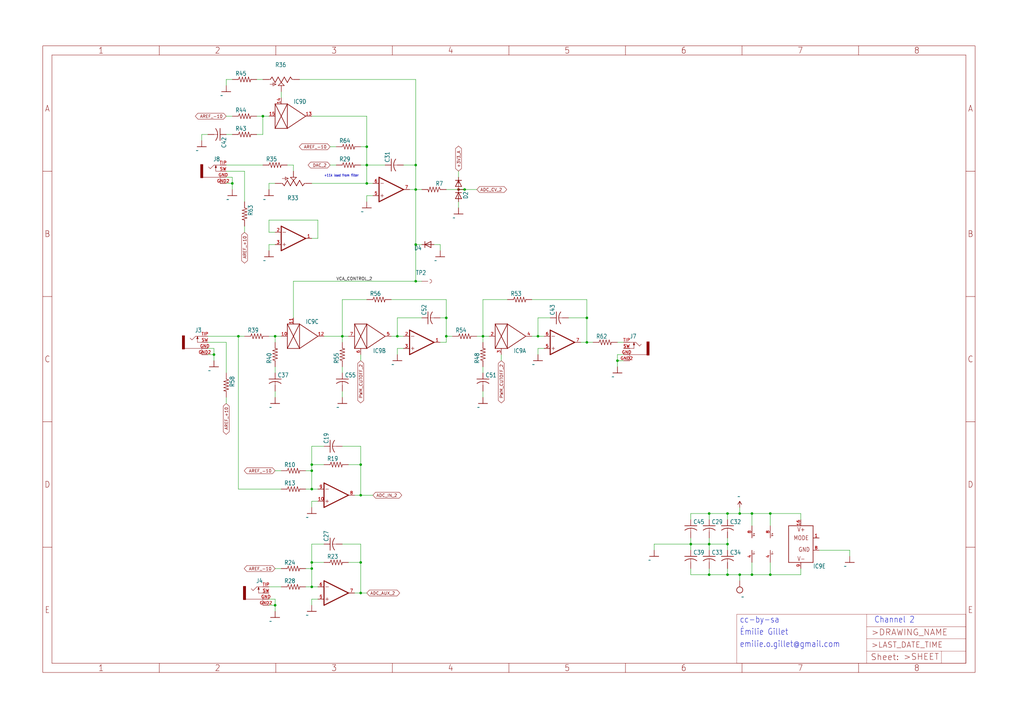
<source format=kicad_sch>
(kicad_sch (version 20211123) (generator eeschema)
  (paper "User" 425.45 299.161)
  (lib_symbols
    (symbol "streams_v05-eagle-import:A3L-LOC"
      (symbol "A3L-LOC_0_0"
        (polyline (pts (xy 0 52.07) (xy 3.81 52.07)))
        (polyline (pts (xy 0 104.14) (xy 3.81 104.14)))
        (polyline (pts (xy 0 156.21) (xy 3.81 156.21)))
        (polyline (pts (xy 0 208.28) (xy 3.81 208.28)))
        (polyline (pts (xy 3.81 3.81) (xy 3.81 256.54)))
        (polyline (pts (xy 48.4188 0) (xy 48.4188 3.81)))
        (polyline (pts (xy 48.4188 256.54) (xy 48.4188 260.35)))
        (polyline (pts (xy 96.8375 0) (xy 96.8375 3.81)))
        (polyline (pts (xy 96.8375 256.54) (xy 96.8375 260.35)))
        (polyline (pts (xy 145.2563 0) (xy 145.2563 3.81)))
        (polyline (pts (xy 145.2563 256.54) (xy 145.2563 260.35)))
        (polyline (pts (xy 193.675 0) (xy 193.675 3.81)))
        (polyline (pts (xy 193.675 256.54) (xy 193.675 260.35)))
        (polyline (pts (xy 242.0938 0) (xy 242.0938 3.81)))
        (polyline (pts (xy 242.0938 256.54) (xy 242.0938 260.35)))
        (polyline (pts (xy 290.5125 0) (xy 290.5125 3.81)))
        (polyline (pts (xy 290.5125 256.54) (xy 290.5125 260.35)))
        (polyline (pts (xy 338.9313 0) (xy 338.9313 3.81)))
        (polyline (pts (xy 338.9313 256.54) (xy 338.9313 260.35)))
        (polyline (pts (xy 383.54 3.81) (xy 3.81 3.81)))
        (polyline (pts (xy 383.54 3.81) (xy 383.54 256.54)))
        (polyline (pts (xy 383.54 52.07) (xy 387.35 52.07)))
        (polyline (pts (xy 383.54 104.14) (xy 387.35 104.14)))
        (polyline (pts (xy 383.54 156.21) (xy 387.35 156.21)))
        (polyline (pts (xy 383.54 208.28) (xy 387.35 208.28)))
        (polyline (pts (xy 383.54 256.54) (xy 3.81 256.54)))
        (polyline (pts (xy 0 0) (xy 387.35 0) (xy 387.35 260.35) (xy 0 260.35) (xy 0 0)))
        (text "1" (at 24.2094 1.905 0) (effects (font (size 2.54 2.286))))
        (text "1" (at 24.2094 258.445 0) (effects (font (size 2.54 2.286))))
        (text "2" (at 72.6281 1.905 0) (effects (font (size 2.54 2.286))))
        (text "2" (at 72.6281 258.445 0) (effects (font (size 2.54 2.286))))
        (text "3" (at 121.0469 1.905 0) (effects (font (size 2.54 2.286))))
        (text "3" (at 121.0469 258.445 0) (effects (font (size 2.54 2.286))))
        (text "4" (at 169.4656 1.905 0) (effects (font (size 2.54 2.286))))
        (text "4" (at 169.4656 258.445 0) (effects (font (size 2.54 2.286))))
        (text "5" (at 217.8844 1.905 0) (effects (font (size 2.54 2.286))))
        (text "5" (at 217.8844 258.445 0) (effects (font (size 2.54 2.286))))
        (text "6" (at 266.3031 1.905 0) (effects (font (size 2.54 2.286))))
        (text "6" (at 266.3031 258.445 0) (effects (font (size 2.54 2.286))))
        (text "7" (at 314.7219 1.905 0) (effects (font (size 2.54 2.286))))
        (text "7" (at 314.7219 258.445 0) (effects (font (size 2.54 2.286))))
        (text "8" (at 363.1406 1.905 0) (effects (font (size 2.54 2.286))))
        (text "8" (at 363.1406 258.445 0) (effects (font (size 2.54 2.286))))
        (text "A" (at 1.905 234.315 0) (effects (font (size 2.54 2.286))))
        (text "A" (at 385.445 234.315 0) (effects (font (size 2.54 2.286))))
        (text "B" (at 1.905 182.245 0) (effects (font (size 2.54 2.286))))
        (text "B" (at 385.445 182.245 0) (effects (font (size 2.54 2.286))))
        (text "C" (at 1.905 130.175 0) (effects (font (size 2.54 2.286))))
        (text "C" (at 385.445 130.175 0) (effects (font (size 2.54 2.286))))
        (text "D" (at 1.905 78.105 0) (effects (font (size 2.54 2.286))))
        (text "D" (at 385.445 78.105 0) (effects (font (size 2.54 2.286))))
        (text "E" (at 1.905 26.035 0) (effects (font (size 2.54 2.286))))
        (text "E" (at 385.445 26.035 0) (effects (font (size 2.54 2.286))))
      )
      (symbol "A3L-LOC_1_0"
        (polyline (pts (xy 288.29 3.81) (xy 288.29 24.13)) (stroke (width 0.1016)))
        (polyline (pts (xy 288.29 3.81) (xy 342.265 3.81)) (stroke (width 0.1016)))
        (polyline (pts (xy 288.29 24.13) (xy 342.265 24.13)) (stroke (width 0.1016)))
        (polyline (pts (xy 342.265 3.81) (xy 373.38 3.81)) (stroke (width 0.1016)))
        (polyline (pts (xy 342.265 8.89) (xy 342.265 3.81)) (stroke (width 0.1016)))
        (polyline (pts (xy 342.265 8.89) (xy 342.265 13.97)) (stroke (width 0.1016)))
        (polyline (pts (xy 342.265 13.97) (xy 342.265 19.05)) (stroke (width 0.1016)))
        (polyline (pts (xy 342.265 13.97) (xy 383.54 13.97)) (stroke (width 0.1016)))
        (polyline (pts (xy 342.265 19.05) (xy 342.265 24.13)) (stroke (width 0.1016)))
        (polyline (pts (xy 342.265 19.05) (xy 383.54 19.05)) (stroke (width 0.1016)))
        (polyline (pts (xy 342.265 24.13) (xy 383.54 24.13)) (stroke (width 0.1016)))
        (polyline (pts (xy 373.38 3.81) (xy 373.38 8.89)) (stroke (width 0.1016)))
        (polyline (pts (xy 373.38 3.81) (xy 383.54 3.81)) (stroke (width 0.1016)))
        (polyline (pts (xy 373.38 8.89) (xy 342.265 8.89)) (stroke (width 0.1016)))
        (polyline (pts (xy 373.38 8.89) (xy 383.54 8.89)) (stroke (width 0.1016)))
        (polyline (pts (xy 383.54 3.81) (xy 383.54 8.89)) (stroke (width 0.1016)))
        (polyline (pts (xy 383.54 8.89) (xy 383.54 13.97)) (stroke (width 0.1016)))
        (polyline (pts (xy 383.54 13.97) (xy 383.54 19.05)) (stroke (width 0.1016)))
        (polyline (pts (xy 383.54 19.05) (xy 383.54 24.13)) (stroke (width 0.1016)))
        (text ">DRAWING_NAME" (at 344.17 15.24 0) (effects (font (size 2.54 2.54)) (justify left bottom)))
        (text ">LAST_DATE_TIME" (at 344.17 10.16 0) (effects (font (size 2.286 2.286)) (justify left bottom)))
        (text ">SHEET" (at 357.505 5.08 0) (effects (font (size 2.54 2.54)) (justify left bottom)))
        (text "Sheet:" (at 343.916 4.953 0) (effects (font (size 2.54 2.54)) (justify left bottom)))
      )
    )
    (symbol "streams_v05-eagle-import:C-USC0603"
      (property "Reference" "C" (at 1.016 0.635 0))
      (property "Value" "C-USC0603" (at 1.016 -4.191 0))
      (symbol "C-USC0603_1_0"
        (arc (start 0 -1.0161) (mid -1.302 -1.2303) (end -2.4668 -1.8504) (stroke (width 0.254)))
        (polyline (pts (xy -2.54 0) (xy 2.54 0)) (stroke (width 0.254)))
        (polyline (pts (xy 0 -1.016) (xy 0 -2.54)) (stroke (width 0.1524)))
        (arc (start 2.4892 -1.8542) (mid 1.3158 -1.2195) (end 0 -1) (stroke (width 0.254)))
        (pin passive line (at 0 2.54 270) (length 2.54) (name "1") (number "1"))
        (pin passive line (at 0 -5.08 90) (length 2.54) (name "2") (number "2"))
      )
    )
    (symbol "streams_v05-eagle-import:DIODE-SOD323-W"
      (property "Reference" "D" (at 2.54 0.4826 0))
      (property "Value" "DIODE-SOD323-W" (at 2.54 -2.3114 0))
      (symbol "DIODE-SOD323-W_1_0"
        (polyline (pts (xy -1.27 -1.27) (xy 1.27 0)) (stroke (width 0.254)))
        (polyline (pts (xy -1.27 1.27) (xy -1.27 -1.27)) (stroke (width 0.254)))
        (polyline (pts (xy 1.27 0) (xy -1.27 1.27)) (stroke (width 0.254)))
        (polyline (pts (xy 1.27 0) (xy 1.27 -1.27)) (stroke (width 0.254)))
        (polyline (pts (xy 1.27 1.27) (xy 1.27 0)) (stroke (width 0.254)))
        (pin passive line (at -2.54 0 0) (length 2.54) (name "A") (number "A"))
        (pin passive line (at 2.54 0 180) (length 2.54) (name "C") (number "C"))
      )
    )
    (symbol "streams_v05-eagle-import:DIODE_2CACA-SOT23"
      (property "Reference" "D" (at 0.762 2.0066 0))
      (property "Value" "DIODE_2CACA-SOT23" (at -4.826 -3.4544 0))
      (symbol "DIODE_2CACA-SOT23_1_0"
        (polyline (pts (xy -3.81 -1.27) (xy -3.81 0)) (stroke (width 0.254)))
        (polyline (pts (xy -3.81 0) (xy -3.81 1.27)) (stroke (width 0.254)))
        (polyline (pts (xy -3.81 0) (xy -1.27 -1.27)) (stroke (width 0.254)))
        (polyline (pts (xy -3.81 0) (xy 1.27 0)) (stroke (width 0.1524)))
        (polyline (pts (xy -2.54 0) (xy -3.81 0)) (stroke (width 0.1524)))
        (polyline (pts (xy -1.27 -1.27) (xy -1.27 1.27)) (stroke (width 0.254)))
        (polyline (pts (xy -1.27 1.27) (xy -3.81 0)) (stroke (width 0.254)))
        (polyline (pts (xy 1.27 -1.27) (xy 1.27 0)) (stroke (width 0.254)))
        (polyline (pts (xy 1.27 0) (xy 1.27 1.27)) (stroke (width 0.254)))
        (polyline (pts (xy 1.27 0) (xy 3.81 -1.27)) (stroke (width 0.254)))
        (polyline (pts (xy 2.54 0) (xy 1.27 0)) (stroke (width 0.1524)))
        (polyline (pts (xy 3.81 -1.27) (xy 3.81 1.27)) (stroke (width 0.254)))
        (polyline (pts (xy 3.81 1.27) (xy 1.27 0)) (stroke (width 0.254)))
        (circle (center 0 0) (radius 0.127) (stroke (width 0.4064)))
        (pin passive line (at 5.08 0 180) (length 2.54) (name "A") (number "1"))
        (pin passive line (at -5.08 0 0) (length 2.54) (name "C") (number "2"))
        (pin passive line (at 0 2.54 270) (length 2.54) (name "AC") (number "3"))
      )
    )
    (symbol "streams_v05-eagle-import:GND" (power)
      (property "Value" "GND" (at -2.54 -2.54 0))
      (symbol "GND_1_0"
        (polyline (pts (xy -1.905 0) (xy 1.905 0)) (stroke (width 0.254)))
        (pin power_in line (at 0 2.54 270) (length 2.54) (name "GND") (number "1"))
      )
    )
    (symbol "streams_v05-eagle-import:PJ301WQP"
      (property "Reference" "J" (at -2.54 4.064 0))
      (symbol "PJ301WQP_1_0"
        (polyline (pts (xy -2.54 -5.08) (xy -2.54 -2.54)) (stroke (width 0.127)))
        (polyline (pts (xy -2.54 -2.54) (xy 4.572 -2.54)) (stroke (width 0.1524)))
        (polyline (pts (xy -2.54 0) (xy -0.762 0)) (stroke (width 0.1524)))
        (polyline (pts (xy -2.54 2.54) (xy 0 2.54)) (stroke (width 0.1524)))
        (polyline (pts (xy -1.016 1.524) (xy -0.508 1.524)) (stroke (width 0.254)))
        (polyline (pts (xy -0.762 0) (xy -0.762 2.286)) (stroke (width 0.1524)))
        (polyline (pts (xy -0.762 2.286) (xy -1.016 1.524)) (stroke (width 0.254)))
        (polyline (pts (xy -0.508 1.524) (xy -0.762 2.286)) (stroke (width 0.254)))
        (polyline (pts (xy 0 2.54) (xy 1.524 1.016)) (stroke (width 0.1524)))
        (polyline (pts (xy 1.524 1.016) (xy 2.286 1.778)) (stroke (width 0.1524)))
        (rectangle (start 4.572 2.794) (end 5.588 -2.794) (fill (type outline)))
        (pin passive line (at -5.08 -2.54 0) (length 2.54) (name "1") (number "GND"))
        (pin passive line (at -5.08 -5.08 0) (length 2.54) (name "4") (number "GND2"))
        (pin passive line (at -5.08 0 0) (length 2.54) (name "3") (number "SW"))
        (pin passive line (at -5.08 2.54 0) (length 2.54) (name "2") (number "TIP"))
      )
    )
    (symbol "streams_v05-eagle-import:POT_USVERTICAL"
      (property "Reference" "R" (at -5.08 -2.54 90))
      (property "Value" "POT_USVERTICAL" (at -2.54 -2.54 90))
      (symbol "POT_USVERTICAL_1_0"
        (polyline (pts (xy -1.016 -3.81) (xy 1.27 -2.54)) (stroke (width 0.254)))
        (polyline (pts (xy -1.016 -1.27) (xy 1.27 0)) (stroke (width 0.254)))
        (polyline (pts (xy -1.016 1.27) (xy 1.27 2.54)) (stroke (width 0.254)))
        (polyline (pts (xy -1.016 3.81) (xy 0 4.572)) (stroke (width 0.254)))
        (polyline (pts (xy 0 -5.08) (xy 0 -4.572)) (stroke (width 0.1524)))
        (polyline (pts (xy 0 -4.572) (xy -1.016 -3.81)) (stroke (width 0.254)))
        (polyline (pts (xy 0 4.572) (xy 0 5.08)) (stroke (width 0.1524)))
        (polyline (pts (xy 1.27 -2.54) (xy -1.016 -1.27)) (stroke (width 0.254)))
        (polyline (pts (xy 1.27 0) (xy -1.016 1.27)) (stroke (width 0.254)))
        (polyline (pts (xy 1.27 0) (xy 2.54 1.27)) (stroke (width 0.2032)))
        (polyline (pts (xy 1.27 2.54) (xy -1.016 3.81)) (stroke (width 0.254)))
        (polyline (pts (xy 1.397 -3.429) (xy 2.032 -2.159)) (stroke (width 0.1524)))
        (polyline (pts (xy 2.032 -4.699) (xy 2.032 -2.159)) (stroke (width 0.1524)))
        (polyline (pts (xy 2.032 -2.159) (xy 2.667 -3.429)) (stroke (width 0.1524)))
        (polyline (pts (xy 2.54 -1.27) (xy 1.27 0)) (stroke (width 0.2032)))
        (polyline (pts (xy 2.54 1.27) (xy 2.54 -1.27)) (stroke (width 0.2032)))
        (polyline (pts (xy 2.667 -3.429) (xy 1.397 -3.429)) (stroke (width 0.1524)))
        (pin passive line (at 0 7.62 270) (length 2.54) (name "E") (number "P$1"))
        (pin passive line (at 5.08 0 180) (length 2.54) (name "S") (number "P$2"))
        (pin passive line (at 0 -7.62 90) (length 2.54) (name "A") (number "P$3"))
      )
    )
    (symbol "streams_v05-eagle-import:POT_USVERTICAL_PS"
      (property "Reference" "R" (at -5.08 -2.54 90))
      (property "Value" "POT_USVERTICAL_PS" (at -2.54 -2.54 90))
      (symbol "POT_USVERTICAL_PS_1_0"
        (polyline (pts (xy -1.016 -3.81) (xy 1.27 -2.54)) (stroke (width 0.254)))
        (polyline (pts (xy -1.016 -1.27) (xy 1.27 0)) (stroke (width 0.254)))
        (polyline (pts (xy -1.016 1.27) (xy 1.27 2.54)) (stroke (width 0.254)))
        (polyline (pts (xy -1.016 3.81) (xy 0 4.572)) (stroke (width 0.254)))
        (polyline (pts (xy 0 -5.08) (xy 0 -4.572)) (stroke (width 0.1524)))
        (polyline (pts (xy 0 -4.572) (xy -1.016 -3.81)) (stroke (width 0.254)))
        (polyline (pts (xy 0 4.572) (xy 0 5.08)) (stroke (width 0.1524)))
        (polyline (pts (xy 1.27 -2.54) (xy -1.016 -1.27)) (stroke (width 0.254)))
        (polyline (pts (xy 1.27 0) (xy -1.016 1.27)) (stroke (width 0.254)))
        (polyline (pts (xy 1.27 0) (xy 2.54 1.27)) (stroke (width 0.2032)))
        (polyline (pts (xy 1.27 2.54) (xy -1.016 3.81)) (stroke (width 0.254)))
        (polyline (pts (xy 1.397 -3.429) (xy 2.032 -2.159)) (stroke (width 0.1524)))
        (polyline (pts (xy 2.032 -4.699) (xy 2.032 -2.159)) (stroke (width 0.1524)))
        (polyline (pts (xy 2.032 -2.159) (xy 2.667 -3.429)) (stroke (width 0.1524)))
        (polyline (pts (xy 2.54 -1.27) (xy 1.27 0)) (stroke (width 0.2032)))
        (polyline (pts (xy 2.54 1.27) (xy 2.54 -1.27)) (stroke (width 0.2032)))
        (polyline (pts (xy 2.667 -3.429) (xy 1.397 -3.429)) (stroke (width 0.1524)))
        (pin passive line (at 0 7.62 270) (length 2.54) (name "E") (number "P$1"))
        (pin passive line (at 5.08 0 180) (length 2.54) (name "S") (number "P$2"))
        (pin passive line (at 0 -7.62 90) (length 2.54) (name "A") (number "P$3"))
      )
    )
    (symbol "streams_v05-eagle-import:R-US_R0603"
      (property "Reference" "R" (at -3.81 1.4986 0))
      (property "Value" "R-US_R0603" (at -3.81 -3.302 0))
      (symbol "R-US_R0603_1_0"
        (polyline (pts (xy -2.54 0) (xy -2.159 1.016)) (stroke (width 0.2032)))
        (polyline (pts (xy -2.159 1.016) (xy -1.524 -1.016)) (stroke (width 0.2032)))
        (polyline (pts (xy -1.524 -1.016) (xy -0.889 1.016)) (stroke (width 0.2032)))
        (polyline (pts (xy -0.889 1.016) (xy -0.254 -1.016)) (stroke (width 0.2032)))
        (polyline (pts (xy -0.254 -1.016) (xy 0.381 1.016)) (stroke (width 0.2032)))
        (polyline (pts (xy 0.381 1.016) (xy 1.016 -1.016)) (stroke (width 0.2032)))
        (polyline (pts (xy 1.016 -1.016) (xy 1.651 1.016)) (stroke (width 0.2032)))
        (polyline (pts (xy 1.651 1.016) (xy 2.286 -1.016)) (stroke (width 0.2032)))
        (polyline (pts (xy 2.286 -1.016) (xy 2.54 0)) (stroke (width 0.2032)))
        (pin passive line (at -5.08 0 0) (length 2.54) (name "1") (number "1"))
        (pin passive line (at 5.08 0 180) (length 2.54) (name "2") (number "2"))
      )
    )
    (symbol "streams_v05-eagle-import:SSM2164S"
      (property "Reference" "IC" (at 5.08 -12.7 0))
      (property "Value" "SSM2164S" (at 5.08 -15.24 0))
      (symbol "SSM2164S_1_0"
        (polyline (pts (xy -2.54 -5.08) (xy 2.54 -5.08)) (stroke (width 0.254)))
        (polyline (pts (xy -2.54 -5.08) (xy 2.54 5.08)) (stroke (width 0.254)))
        (polyline (pts (xy -2.54 5.08) (xy -2.54 -5.08)) (stroke (width 0.254)))
        (polyline (pts (xy -2.54 5.08) (xy 2.54 -5.08)) (stroke (width 0.254)))
        (polyline (pts (xy 2.54 -5.08) (xy 2.54 5.08)) (stroke (width 0.254)))
        (polyline (pts (xy 2.54 5.08) (xy -2.54 5.08)) (stroke (width 0.254)))
        (polyline (pts (xy 2.54 5.08) (xy 10.16 0)) (stroke (width 0.254)))
        (polyline (pts (xy 10.16 0) (xy 2.54 -5.08)) (stroke (width 0.254)))
        (pin input line (at -5.08 0 0) (length 2.54) (name "IN") (number "2"))
        (pin input line (at 0 7.62 270) (length 2.54) (name "CTRL") (number "3"))
        (pin output line (at 12.7 0 180) (length 2.54) (name "OUT") (number "4"))
      )
      (symbol "SSM2164S_2_0"
        (polyline (pts (xy -2.54 -5.08) (xy 2.54 -5.08)) (stroke (width 0.254)))
        (polyline (pts (xy -2.54 -5.08) (xy 2.54 5.08)) (stroke (width 0.254)))
        (polyline (pts (xy -2.54 5.08) (xy -2.54 -5.08)) (stroke (width 0.254)))
        (polyline (pts (xy -2.54 5.08) (xy 2.54 -5.08)) (stroke (width 0.254)))
        (polyline (pts (xy 2.54 -5.08) (xy 2.54 5.08)) (stroke (width 0.254)))
        (polyline (pts (xy 2.54 5.08) (xy -2.54 5.08)) (stroke (width 0.254)))
        (polyline (pts (xy 2.54 5.08) (xy 10.16 0)) (stroke (width 0.254)))
        (polyline (pts (xy 10.16 0) (xy 2.54 -5.08)) (stroke (width 0.254)))
        (pin output line (at 12.7 0 180) (length 2.54) (name "OUT") (number "5"))
        (pin input line (at 0 7.62 270) (length 2.54) (name "CTRL") (number "6"))
        (pin input line (at -5.08 0 0) (length 2.54) (name "IN") (number "7"))
      )
      (symbol "SSM2164S_3_0"
        (polyline (pts (xy -2.54 -5.08) (xy 2.54 -5.08)) (stroke (width 0.254)))
        (polyline (pts (xy -2.54 -5.08) (xy 2.54 5.08)) (stroke (width 0.254)))
        (polyline (pts (xy -2.54 5.08) (xy -2.54 -5.08)) (stroke (width 0.254)))
        (polyline (pts (xy -2.54 5.08) (xy 2.54 -5.08)) (stroke (width 0.254)))
        (polyline (pts (xy 2.54 -5.08) (xy 2.54 5.08)) (stroke (width 0.254)))
        (polyline (pts (xy 2.54 5.08) (xy -2.54 5.08)) (stroke (width 0.254)))
        (polyline (pts (xy 2.54 5.08) (xy 10.16 0)) (stroke (width 0.254)))
        (polyline (pts (xy 10.16 0) (xy 2.54 -5.08)) (stroke (width 0.254)))
        (pin input line (at -5.08 0 0) (length 2.54) (name "IN") (number "10"))
        (pin input line (at 0 7.62 270) (length 2.54) (name "CTRL") (number "11"))
        (pin output line (at 12.7 0 180) (length 2.54) (name "OUT") (number "12"))
      )
      (symbol "SSM2164S_4_0"
        (polyline (pts (xy -2.54 -5.08) (xy 2.54 -5.08)) (stroke (width 0.254)))
        (polyline (pts (xy -2.54 -5.08) (xy 2.54 5.08)) (stroke (width 0.254)))
        (polyline (pts (xy -2.54 5.08) (xy -2.54 -5.08)) (stroke (width 0.254)))
        (polyline (pts (xy -2.54 5.08) (xy 2.54 -5.08)) (stroke (width 0.254)))
        (polyline (pts (xy 2.54 -5.08) (xy 2.54 5.08)) (stroke (width 0.254)))
        (polyline (pts (xy 2.54 5.08) (xy -2.54 5.08)) (stroke (width 0.254)))
        (polyline (pts (xy 2.54 5.08) (xy 10.16 0)) (stroke (width 0.254)))
        (polyline (pts (xy 10.16 0) (xy 2.54 -5.08)) (stroke (width 0.254)))
        (pin output line (at 12.7 0 180) (length 2.54) (name "OUT") (number "13"))
        (pin input line (at 0 7.62 270) (length 2.54) (name "CTRL") (number "14"))
        (pin input line (at -5.08 0 0) (length 2.54) (name "IN") (number "15"))
      )
      (symbol "SSM2164S_5_0"
        (polyline (pts (xy -5.08 -10.16) (xy -5.08 5.08)) (stroke (width 0.254)))
        (polyline (pts (xy -5.08 5.08) (xy 5.08 5.08)) (stroke (width 0.254)))
        (polyline (pts (xy 5.08 -10.16) (xy -5.08 -10.16)) (stroke (width 0.254)))
        (polyline (pts (xy 5.08 5.08) (xy 5.08 -10.16)) (stroke (width 0.254)))
        (text "GND" (at -1.016 -5.842 0) (effects (font (size 1.778 1.5113)) (justify left bottom)))
        (text "MODE" (at -3.048 -1.016 0) (effects (font (size 1.778 1.5113)) (justify left bottom)))
        (text "V+" (at -1.524 2.54 0) (effects (font (size 1.778 1.5113)) (justify left bottom)))
        (text "V-" (at -1.524 -9.652 0) (effects (font (size 1.778 1.5113)) (justify left bottom)))
        (pin input line (at 7.62 0 180) (length 2.54) (name "MODE") (number "1"))
        (pin power_in line (at 0 7.62 270) (length 2.54) (name "V+") (number "16"))
        (pin power_in line (at 7.62 -5.08 180) (length 2.54) (name "GND") (number "8"))
        (pin power_in line (at 0 -12.7 90) (length 2.54) (name "V-") (number "9"))
      )
    )
    (symbol "streams_v05-eagle-import:TEST-POINT3X5"
      (property "Reference" "TP" (at -2.54 2.54 0))
      (property "Value" "TEST-POINT3X5" (at -2.54 -2.54 0))
      (symbol "TEST-POINT3X5_1_0"
        (polyline (pts (xy 2.54 0) (xy 0 0)) (stroke (width 0.1524)))
        (arc (start 3.302 -0.762) (mid 4.064 0) (end 3.302 0.762) (stroke (width 0.1524)))
        (pin bidirectional line (at 0 0 180) (length 0) (name "1") (number "P$1"))
      )
    )
    (symbol "streams_v05-eagle-import:TL072D"
      (symbol "TL072D_1_0"
        (polyline (pts (xy -5.08 -5.08) (xy 5.08 0)) (stroke (width 0.4064)))
        (polyline (pts (xy -5.08 5.08) (xy -5.08 -5.08)) (stroke (width 0.4064)))
        (polyline (pts (xy -4.445 -2.54) (xy -3.175 -2.54)) (stroke (width 0.1524)))
        (polyline (pts (xy -4.445 2.54) (xy -3.175 2.54)) (stroke (width 0.1524)))
        (polyline (pts (xy -3.81 3.175) (xy -3.81 1.905)) (stroke (width 0.1524)))
        (polyline (pts (xy 5.08 0) (xy -5.08 5.08)) (stroke (width 0.4064)))
        (pin output line (at 7.62 0 180) (length 2.54) (name "OUT") (number "1"))
        (pin input line (at -7.62 -2.54 0) (length 2.54) (name "-IN") (number "2"))
        (pin input line (at -7.62 2.54 0) (length 2.54) (name "+IN") (number "3"))
      )
      (symbol "TL072D_2_0"
        (polyline (pts (xy -5.08 -5.08) (xy 5.08 0)) (stroke (width 0.4064)))
        (polyline (pts (xy -5.08 5.08) (xy -5.08 -5.08)) (stroke (width 0.4064)))
        (polyline (pts (xy -4.445 -2.54) (xy -3.175 -2.54)) (stroke (width 0.1524)))
        (polyline (pts (xy -4.445 2.54) (xy -3.175 2.54)) (stroke (width 0.1524)))
        (polyline (pts (xy -3.81 3.175) (xy -3.81 1.905)) (stroke (width 0.1524)))
        (polyline (pts (xy 5.08 0) (xy -5.08 5.08)) (stroke (width 0.4064)))
        (pin input line (at -7.62 2.54 0) (length 2.54) (name "+IN") (number "5"))
        (pin input line (at -7.62 -2.54 0) (length 2.54) (name "-IN") (number "6"))
        (pin output line (at 7.62 0 180) (length 2.54) (name "OUT") (number "7"))
      )
      (symbol "TL072D_3_0"
        (text "V+" (at 1.27 3.175 900) (effects (font (size 0.8128 0.6908)) (justify left bottom)))
        (text "V-" (at 1.27 -4.445 900) (effects (font (size 0.8128 0.6908)) (justify left bottom)))
        (pin power_in line (at 0 -7.62 90) (length 5.08) (name "V-") (number "4"))
        (pin power_in line (at 0 7.62 270) (length 5.08) (name "V+") (number "8"))
      )
    )
    (symbol "streams_v05-eagle-import:TL074D"
      (symbol "TL074D_1_0"
        (polyline (pts (xy -5.08 -5.08) (xy 5.08 0)) (stroke (width 0.4064)))
        (polyline (pts (xy -5.08 5.08) (xy -5.08 -5.08)) (stroke (width 0.4064)))
        (polyline (pts (xy -4.445 -2.54) (xy -3.175 -2.54)) (stroke (width 0.1524)))
        (polyline (pts (xy -4.445 2.54) (xy -3.175 2.54)) (stroke (width 0.1524)))
        (polyline (pts (xy -3.81 3.175) (xy -3.81 1.905)) (stroke (width 0.1524)))
        (polyline (pts (xy 5.08 0) (xy -5.08 5.08)) (stroke (width 0.4064)))
        (pin output line (at 7.62 0 180) (length 2.54) (name "OUT") (number "1"))
        (pin input line (at -7.62 -2.54 0) (length 2.54) (name "-IN") (number "2"))
        (pin input line (at -7.62 2.54 0) (length 2.54) (name "+IN") (number "3"))
      )
      (symbol "TL074D_2_0"
        (polyline (pts (xy -5.08 -5.08) (xy 5.08 0)) (stroke (width 0.4064)))
        (polyline (pts (xy -5.08 5.08) (xy -5.08 -5.08)) (stroke (width 0.4064)))
        (polyline (pts (xy -4.445 -2.54) (xy -3.175 -2.54)) (stroke (width 0.1524)))
        (polyline (pts (xy -4.445 2.54) (xy -3.175 2.54)) (stroke (width 0.1524)))
        (polyline (pts (xy -3.81 3.175) (xy -3.81 1.905)) (stroke (width 0.1524)))
        (polyline (pts (xy 5.08 0) (xy -5.08 5.08)) (stroke (width 0.4064)))
        (pin input line (at -7.62 2.54 0) (length 2.54) (name "+IN") (number "5"))
        (pin input line (at -7.62 -2.54 0) (length 2.54) (name "-IN") (number "6"))
        (pin output line (at 7.62 0 180) (length 2.54) (name "OUT") (number "7"))
      )
      (symbol "TL074D_3_0"
        (polyline (pts (xy -5.08 -5.08) (xy 5.08 0)) (stroke (width 0.4064)))
        (polyline (pts (xy -5.08 5.08) (xy -5.08 -5.08)) (stroke (width 0.4064)))
        (polyline (pts (xy -4.445 -2.54) (xy -3.175 -2.54)) (stroke (width 0.1524)))
        (polyline (pts (xy -4.445 2.54) (xy -3.175 2.54)) (stroke (width 0.1524)))
        (polyline (pts (xy -3.81 3.175) (xy -3.81 1.905)) (stroke (width 0.1524)))
        (polyline (pts (xy 5.08 0) (xy -5.08 5.08)) (stroke (width 0.4064)))
        (pin input line (at -7.62 2.54 0) (length 2.54) (name "+IN") (number "10"))
        (pin output line (at 7.62 0 180) (length 2.54) (name "OUT") (number "8"))
        (pin input line (at -7.62 -2.54 0) (length 2.54) (name "-IN") (number "9"))
      )
      (symbol "TL074D_4_0"
        (polyline (pts (xy -5.08 -5.08) (xy 5.08 0)) (stroke (width 0.4064)))
        (polyline (pts (xy -5.08 5.08) (xy -5.08 -5.08)) (stroke (width 0.4064)))
        (polyline (pts (xy -4.445 -2.54) (xy -3.175 -2.54)) (stroke (width 0.1524)))
        (polyline (pts (xy -4.445 2.54) (xy -3.175 2.54)) (stroke (width 0.1524)))
        (polyline (pts (xy -3.81 3.175) (xy -3.81 1.905)) (stroke (width 0.1524)))
        (polyline (pts (xy 5.08 0) (xy -5.08 5.08)) (stroke (width 0.4064)))
        (pin input line (at -7.62 2.54 0) (length 2.54) (name "+IN") (number "12"))
        (pin input line (at -7.62 -2.54 0) (length 2.54) (name "-IN") (number "13"))
        (pin output line (at 7.62 0 180) (length 2.54) (name "OUT") (number "14"))
      )
      (symbol "TL074D_5_0"
        (text "V+" (at 1.27 3.175 900) (effects (font (size 0.8128 0.6908)) (justify left bottom)))
        (text "V-" (at 1.27 -4.445 900) (effects (font (size 0.8128 0.6908)) (justify left bottom)))
        (pin power_in line (at 0 -7.62 90) (length 5.08) (name "V-") (number "11"))
        (pin power_in line (at 0 7.62 270) (length 5.08) (name "V+") (number "4"))
      )
    )
    (symbol "streams_v05-eagle-import:VCC" (power)
      (property "Value" "VCC" (at -1.016 3.556 0))
      (symbol "VCC_1_0"
        (polyline (pts (xy 0 2.54) (xy -0.762 1.27)) (stroke (width 0.254)))
        (polyline (pts (xy 0.762 1.27) (xy 0 2.54)) (stroke (width 0.254)))
        (pin power_in line (at 0 0 90) (length 2.54) (name "VCC") (number "1"))
      )
    )
    (symbol "streams_v05-eagle-import:VEE" (power)
      (property "Value" "VEE" (at -1.905 3.175 0))
      (symbol "VEE_1_0"
        (circle (center 0 1.27) (radius 1.27) (stroke (width 0.254)))
        (pin power_in line (at 0 -2.54 90) (length 2.54) (name "VEE") (number "1"))
      )
    )
  )
  (junction (at 294.64 226.06))
  (junction (at 149.86 205.74))
  (junction (at 96.52 76.2))
  (junction (at 294.64 213.36))
  (junction (at 307.34 213.36))
  (junction (at 149.86 246.38))
  (junction (at 129.54 233.68))
  (junction (at 165.1 139.7))
  (junction (at 287.02 226.06))
  (junction (at 172.72 101.6))
  (junction (at 256.54 149.86))
  (junction (at 142.24 139.7))
  (junction (at 172.72 68.58))
  (junction (at 243.84 142.24))
  (junction (at 129.54 243.84))
  (junction (at 193.04 78.74))
  (junction (at 302.26 238.76))
  (junction (at 152.4 60.96))
  (junction (at 302.26 213.36))
  (junction (at 88.9 147.32))
  (junction (at 109.22 48.26))
  (junction (at 185.42 139.7))
  (junction (at 99.06 139.7))
  (junction (at 307.34 238.76))
  (junction (at 320.04 238.76))
  (junction (at 129.54 195.58))
  (junction (at 294.64 238.76))
  (junction (at 172.72 78.74))
  (junction (at 320.04 213.36))
  (junction (at 149.86 193.04))
  (junction (at 114.3 251.46))
  (junction (at 129.54 236.22))
  (junction (at 152.4 68.58))
  (junction (at 185.42 132.08))
  (junction (at 114.3 139.7))
  (junction (at 312.42 238.76))
  (junction (at 302.26 226.06))
  (junction (at 129.54 193.04))
  (junction (at 223.52 139.7))
  (junction (at 243.84 132.08))
  (junction (at 152.4 76.2))
  (junction (at 200.66 139.7))
  (junction (at 172.72 116.84))
  (junction (at 312.42 213.36))
  (junction (at 129.54 203.2))
  (junction (at 149.86 233.68))
  (wire (pts (xy 271.78 226.06) (xy 271.78 228.6)))
  (wire (pts (xy 302.26 226.06) (xy 302.26 228.6)))
  (wire (pts (xy 142.24 226.06) (xy 149.86 226.06)))
  (wire (pts (xy 170.18 78.74) (xy 172.72 78.74)))
  (wire (pts (xy 129.54 208.28) (xy 132.08 208.28)))
  (wire (pts (xy 287.02 213.36) (xy 294.64 213.36)))
  (wire (pts (xy 307.34 213.36) (xy 312.42 213.36)))
  (wire (pts (xy 152.4 48.26) (xy 152.4 60.96)))
  (wire (pts (xy 185.42 124.46) (xy 185.42 132.08)))
  (wire (pts (xy 129.54 203.2) (xy 129.54 195.58)))
  (wire (pts (xy 193.04 78.74) (xy 198.12 78.74)))
  (wire (pts (xy 86.36 147.32) (xy 88.9 147.32)))
  (wire (pts (xy 144.78 233.68) (xy 149.86 233.68)))
  (wire (pts (xy 134.62 185.42) (xy 129.54 185.42)))
  (wire (pts (xy 93.98 55.88) (xy 96.52 55.88)))
  (wire (pts (xy 167.64 68.58) (xy 172.72 68.58)))
  (wire (pts (xy 152.4 76.2) (xy 152.4 68.58)))
  (wire (pts (xy 200.66 154.94) (xy 200.66 152.4)))
  (wire (pts (xy 294.64 215.9) (xy 294.64 213.36)))
  (wire (pts (xy 172.72 78.74) (xy 172.72 101.6)))
  (wire (pts (xy 162.56 124.46) (xy 185.42 124.46)))
  (wire (pts (xy 83.82 55.88) (xy 83.82 58.42)))
  (wire (pts (xy 114.3 251.46) (xy 114.3 254)))
  (wire (pts (xy 129.54 243.84) (xy 129.54 236.22)))
  (wire (pts (xy 185.42 139.7) (xy 185.42 142.24)))
  (wire (pts (xy 106.68 55.88) (xy 109.22 55.88)))
  (wire (pts (xy 111.76 91.44) (xy 111.76 96.52)))
  (wire (pts (xy 152.4 68.58) (xy 149.86 68.58)))
  (wire (pts (xy 180.34 101.6) (xy 182.88 101.6)))
  (wire (pts (xy 302.26 213.36) (xy 307.34 213.36)))
  (wire (pts (xy 200.66 124.46) (xy 200.66 139.7)))
  (wire (pts (xy 111.76 251.46) (xy 114.3 251.46)))
  (wire (pts (xy 129.54 236.22) (xy 129.54 233.68)))
  (wire (pts (xy 172.72 116.84) (xy 175.26 116.84)))
  (wire (pts (xy 226.06 139.7) (xy 223.52 139.7)))
  (wire (pts (xy 111.76 96.52) (xy 114.3 96.52)))
  (wire (pts (xy 101.6 71.12) (xy 101.6 83.82)))
  (wire (pts (xy 152.4 81.28) (xy 152.4 83.82)))
  (wire (pts (xy 287.02 226.06) (xy 287.02 228.6)))
  (wire (pts (xy 132.08 99.06) (xy 129.54 99.06)))
  (wire (pts (xy 142.24 185.42) (xy 149.86 185.42)))
  (wire (pts (xy 172.72 68.58) (xy 172.72 78.74)))
  (wire (pts (xy 302.26 236.22) (xy 302.26 238.76)))
  (wire (pts (xy 93.98 76.2) (xy 96.52 76.2)))
  (wire (pts (xy 114.3 248.92) (xy 114.3 251.46)))
  (wire (pts (xy 320.04 218.44) (xy 320.04 213.36)))
  (wire (pts (xy 320.04 238.76) (xy 320.04 233.68)))
  (wire (pts (xy 165.1 139.7) (xy 167.64 139.7)))
  (wire (pts (xy 109.22 55.88) (xy 109.22 48.26)))
  (wire (pts (xy 190.5 83.82) (xy 190.5 86.36)))
  (wire (pts (xy 154.94 76.2) (xy 152.4 76.2)))
  (wire (pts (xy 99.06 203.2) (xy 99.06 139.7)))
  (wire (pts (xy 175.26 101.6) (xy 172.72 101.6)))
  (wire (pts (xy 165.1 139.7) (xy 165.1 132.08)))
  (wire (pts (xy 116.84 203.2) (xy 99.06 203.2)))
  (wire (pts (xy 182.88 101.6) (xy 182.88 104.14)))
  (wire (pts (xy 121.92 116.84) (xy 121.92 132.08)))
  (wire (pts (xy 149.86 233.68) (xy 149.86 246.38)))
  (wire (pts (xy 200.66 142.24) (xy 200.66 139.7)))
  (wire (pts (xy 129.54 248.92) (xy 129.54 251.46)))
  (wire (pts (xy 93.98 73.66) (xy 96.52 73.66)))
  (wire (pts (xy 127 203.2) (xy 129.54 203.2)))
  (wire (pts (xy 114.3 162.56) (xy 114.3 165.1)))
  (wire (pts (xy 287.02 226.06) (xy 271.78 226.06)))
  (wire (pts (xy 88.9 144.78) (xy 88.9 147.32)))
  (wire (pts (xy 223.52 144.78) (xy 226.06 144.78)))
  (wire (pts (xy 111.76 101.6) (xy 111.76 104.14)))
  (wire (pts (xy 228.6 132.08) (xy 223.52 132.08)))
  (wire (pts (xy 185.42 132.08) (xy 185.42 139.7)))
  (wire (pts (xy 340.36 228.6) (xy 353.06 228.6)))
  (wire (pts (xy 142.24 139.7) (xy 134.62 139.7)))
  (wire (pts (xy 332.74 238.76) (xy 320.04 238.76)))
  (wire (pts (xy 294.64 226.06) (xy 294.64 228.6)))
  (wire (pts (xy 139.7 68.58) (xy 137.16 68.58)))
  (wire (pts (xy 129.54 48.26) (xy 152.4 48.26)))
  (wire (pts (xy 147.32 205.74) (xy 149.86 205.74)))
  (wire (pts (xy 220.98 124.46) (xy 243.84 124.46)))
  (wire (pts (xy 256.54 142.24) (xy 259.08 142.24)))
  (wire (pts (xy 144.78 193.04) (xy 149.86 193.04)))
  (wire (pts (xy 129.54 195.58) (xy 129.54 193.04)))
  (wire (pts (xy 200.66 162.56) (xy 200.66 165.1)))
  (wire (pts (xy 86.36 139.7) (xy 99.06 139.7)))
  (wire (pts (xy 149.86 193.04) (xy 149.86 205.74)))
  (wire (pts (xy 236.22 132.08) (xy 243.84 132.08)))
  (wire (pts (xy 142.24 139.7) (xy 142.24 124.46)))
  (wire (pts (xy 129.54 226.06) (xy 129.54 233.68)))
  (wire (pts (xy 129.54 243.84) (xy 132.08 243.84)))
  (wire (pts (xy 132.08 91.44) (xy 132.08 99.06)))
  (wire (pts (xy 142.24 154.94) (xy 142.24 152.4)))
  (wire (pts (xy 294.64 226.06) (xy 287.02 226.06)))
  (wire (pts (xy 182.88 132.08) (xy 185.42 132.08)))
  (wire (pts (xy 198.12 139.7) (xy 200.66 139.7)))
  (wire (pts (xy 223.52 132.08) (xy 223.52 139.7)))
  (wire (pts (xy 294.64 223.52) (xy 294.64 226.06)))
  (wire (pts (xy 93.98 142.24) (xy 93.98 154.94)))
  (wire (pts (xy 149.86 246.38) (xy 152.4 246.38)))
  (wire (pts (xy 172.72 116.84) (xy 121.92 116.84)))
  (wire (pts (xy 99.06 139.7) (xy 101.6 139.7)))
  (wire (pts (xy 109.22 68.58) (xy 93.98 68.58)))
  (wire (pts (xy 294.64 238.76) (xy 302.26 238.76)))
  (wire (pts (xy 162.56 139.7) (xy 165.1 139.7)))
  (wire (pts (xy 96.52 33.02) (xy 93.98 33.02)))
  (wire (pts (xy 294.64 238.76) (xy 287.02 238.76)))
  (wire (pts (xy 208.28 147.32) (xy 208.28 149.86)))
  (wire (pts (xy 119.38 68.58) (xy 121.92 68.58)))
  (wire (pts (xy 96.52 73.66) (xy 96.52 76.2)))
  (wire (pts (xy 142.24 139.7) (xy 144.78 139.7)))
  (wire (pts (xy 96.52 76.2) (xy 96.52 78.74)))
  (wire (pts (xy 106.68 33.02) (xy 109.22 33.02)))
  (wire (pts (xy 127 243.84) (xy 129.54 243.84)))
  (wire (pts (xy 175.26 78.74) (xy 172.72 78.74)))
  (wire (pts (xy 111.76 248.92) (xy 114.3 248.92)))
  (wire (pts (xy 332.74 236.22) (xy 332.74 238.76)))
  (wire (pts (xy 332.74 213.36) (xy 332.74 215.9)))
  (wire (pts (xy 111.76 101.6) (xy 114.3 101.6)))
  (wire (pts (xy 353.06 228.6) (xy 353.06 231.14)))
  (wire (pts (xy 86.36 142.24) (xy 93.98 142.24)))
  (wire (pts (xy 96.52 48.26) (xy 93.98 48.26)))
  (wire (pts (xy 287.02 215.9) (xy 287.02 213.36)))
  (wire (pts (xy 111.76 139.7) (xy 114.3 139.7)))
  (wire (pts (xy 294.64 213.36) (xy 302.26 213.36)))
  (wire (pts (xy 307.34 210.82) (xy 307.34 213.36)))
  (wire (pts (xy 312.42 218.44) (xy 312.42 213.36)))
  (wire (pts (xy 256.54 147.32) (xy 256.54 149.86)))
  (wire (pts (xy 220.98 139.7) (xy 223.52 139.7)))
  (wire (pts (xy 165.1 132.08) (xy 175.26 132.08)))
  (wire (pts (xy 149.86 60.96) (xy 152.4 60.96)))
  (wire (pts (xy 152.4 68.58) (xy 160.02 68.58)))
  (wire (pts (xy 307.34 238.76) (xy 312.42 238.76)))
  (wire (pts (xy 114.3 76.2) (xy 111.76 76.2)))
  (wire (pts (xy 243.84 124.46) (xy 243.84 132.08)))
  (wire (pts (xy 114.3 139.7) (xy 116.84 139.7)))
  (wire (pts (xy 142.24 142.24) (xy 142.24 139.7)))
  (wire (pts (xy 256.54 149.86) (xy 256.54 152.4)))
  (wire (pts (xy 142.24 162.56) (xy 142.24 165.1)))
  (wire (pts (xy 149.86 205.74) (xy 154.94 205.74)))
  (wire (pts (xy 185.42 142.24) (xy 182.88 142.24)))
  (wire (pts (xy 127 195.58) (xy 129.54 195.58)))
  (wire (pts (xy 124.46 33.02) (xy 172.72 33.02)))
  (wire (pts (xy 93.98 165.1) (xy 93.98 167.64)))
  (wire (pts (xy 287.02 223.52) (xy 287.02 226.06)))
  (wire (pts (xy 243.84 142.24) (xy 246.38 142.24)))
  (wire (pts (xy 302.26 238.76) (xy 307.34 238.76)))
  (wire (pts (xy 172.72 101.6) (xy 172.72 116.84)))
  (wire (pts (xy 185.42 78.74) (xy 193.04 78.74)))
  (wire (pts (xy 165.1 144.78) (xy 165.1 147.32)))
  (wire (pts (xy 149.86 246.38) (xy 147.32 246.38)))
  (wire (pts (xy 243.84 132.08) (xy 243.84 142.24)))
  (wire (pts (xy 294.64 236.22) (xy 294.64 238.76)))
  (wire (pts (xy 190.5 73.66) (xy 190.5 71.12)))
  (wire (pts (xy 101.6 93.98) (xy 101.6 96.52)))
  (wire (pts (xy 111.76 76.2) (xy 111.76 78.74)))
  (wire (pts (xy 129.54 203.2) (xy 132.08 203.2)))
  (wire (pts (xy 111.76 91.44) (xy 132.08 91.44)))
  (wire (pts (xy 154.94 81.28) (xy 152.4 81.28)))
  (wire (pts (xy 187.96 139.7) (xy 185.42 139.7)))
  (wire (pts (xy 142.24 124.46) (xy 152.4 124.46)))
  (wire (pts (xy 167.64 144.78) (xy 165.1 144.78)))
  (wire (pts (xy 241.3 142.24) (xy 243.84 142.24)))
  (wire (pts (xy 109.22 48.26) (xy 106.68 48.26)))
  (wire (pts (xy 200.66 139.7) (xy 203.2 139.7)))
  (wire (pts (xy 93.98 33.02) (xy 93.98 35.56)))
  (wire (pts (xy 121.92 68.58) (xy 121.92 71.12)))
  (wire (pts (xy 129.54 76.2) (xy 152.4 76.2)))
  (wire (pts (xy 259.08 149.86) (xy 256.54 149.86)))
  (wire (pts (xy 312.42 213.36) (xy 320.04 213.36)))
  (wire (pts (xy 307.34 241.3) (xy 307.34 238.76)))
  (wire (pts (xy 129.54 208.28) (xy 129.54 210.82)))
  (wire (pts (xy 259.08 147.32) (xy 256.54 147.32)))
  (wire (pts (xy 149.86 147.32) (xy 149.86 149.86)))
  (wire (pts (xy 129.54 185.42) (xy 129.54 193.04)))
  (wire (pts (xy 312.42 238.76) (xy 320.04 238.76)))
  (wire (pts (xy 152.4 60.96) (xy 152.4 68.58)))
  (wire (pts (xy 320.04 213.36) (xy 332.74 213.36)))
  (wire (pts (xy 132.08 248.92) (xy 129.54 248.92)))
  (wire (pts (xy 116.84 236.22) (xy 114.3 236.22)))
  (wire (pts (xy 287.02 236.22) (xy 287.02 238.76)))
  (wire (pts (xy 302.26 215.9) (xy 302.26 213.36)))
  (wire (pts (xy 88.9 147.32) (xy 88.9 149.86)))
  (wire (pts (xy 210.82 124.46) (xy 200.66 124.46)))
  (wire (pts (xy 114.3 142.24) (xy 114.3 139.7)))
  (wire (pts (xy 114.3 154.94) (xy 114.3 152.4)))
  (wire (pts (xy 127 236.22) (xy 129.54 236.22)))
  (wire (pts (xy 149.86 226.06) (xy 149.86 233.68)))
  (wire (pts (xy 86.36 144.78) (xy 88.9 144.78)))
  (wire (pts (xy 129.54 193.04) (xy 134.62 193.04)))
  (wire (pts (xy 111.76 243.84) (xy 116.84 243.84)))
  (wire (pts (xy 93.98 71.12) (xy 101.6 71.12)))
  (wire (pts (xy 86.36 55.88) (xy 83.82 55.88)))
  (wire (pts (xy 111.76 48.26) (xy 109.22 48.26)))
  (wire (pts (xy 149.86 185.42) (xy 149.86 193.04)))
  (wire (pts (xy 172.72 33.02) (xy 172.72 68.58)))
  (wire (pts (xy 223.52 144.78) (xy 223.52 147.32)))
  (wire (pts (xy 302.26 226.06) (xy 294.64 226.06)))
  (wire (pts (xy 312.42 233.68) (xy 312.42 238.76)))
  (wire (pts (xy 129.54 233.68) (xy 134.62 233.68)))
  (wire (pts (xy 116.84 195.58) (xy 114.3 195.58)))
  (wire (pts (xy 134.62 226.06) (xy 129.54 226.06)))
  (wire (pts (xy 116.84 38.1) (xy 116.84 40.64)))
  (wire (pts (xy 139.7 60.96) (xy 137.16 60.96)))
  (wire (pts (xy 302.26 223.52) (xy 302.26 226.06)))
  (text "cc-by-sa" (at 307.34 259.08 180) (effects (font (size 2.54 2.159)) (justify left bottom)))
  (text "+11k load from filter" (at 134.62 73.66 180) (effects (font (size 1.016 0.8636)) (justify left bottom)))
  (text "Émilie Gillet" (at 307.34 264.16 180) (effects (font (size 2.54 2.159)) (justify left bottom)))
  (text "Channel 2" (at 363.22 259.08 180) (effects (font (size 2.54 2.159)) (justify left bottom)))
  (text "emilie.o.gillet@gmail.com" (at 307.34 269.24 180) (effects (font (size 2.54 2.159)) (justify left bottom)))
  (label "VCA_CONTROL_2" (at 139.7 116.84 0) (effects (font (size 1.2446 1.2446))))
  (global_label "AREF_-10" (shape bidirectional) (at 114.3 236.22 180) (effects (font (size 1.2446 1.2446))) (property "Intersheet References" "${INTERSHEET_REFS}" (effects hide)))
  (global_label "AREF_-10" (shape bidirectional) (at 114.3 195.58 180) (effects (font (size 1.2446 1.2446))) (property "Intersheet References" "${INTERSHEET_REFS}" (effects hide)))
  (global_label "PWM_CUTOFF_2" (shape bidirectional) (at 149.86 149.86 270) (effects (font (size 1.2446 1.2446))) (property "Intersheet References" "${INTERSHEET_REFS}" (effects hide)))
  (global_label "AREF_+10" (shape bidirectional) (at 101.6 96.52 270) (effects (font (size 1.2446 1.2446))) (property "Intersheet References" "${INTERSHEET_REFS}" (effects hide)))
  (global_label "AREF_+10" (shape bidirectional) (at 93.98 167.64 270) (effects (font (size 1.2446 1.2446))) (property "Intersheet References" "${INTERSHEET_REFS}" (effects hide)))
  (global_label "DAC_2" (shape bidirectional) (at 137.16 68.58 180) (effects (font (size 1.2446 1.2446))) (property "Intersheet References" "${INTERSHEET_REFS}" (effects hide)))
  (global_label "PWM_CUTOFF_2" (shape bidirectional) (at 208.28 149.86 270) (effects (font (size 1.2446 1.2446))) (property "Intersheet References" "${INTERSHEET_REFS}" (effects hide)))
  (global_label "ADC_CV_2" (shape bidirectional) (at 198.12 78.74 0) (effects (font (size 1.2446 1.2446))) (property "Intersheet References" "${INTERSHEET_REFS}" (effects hide)))
  (global_label "ADC_IN_2" (shape bidirectional) (at 154.94 205.74 0) (effects (font (size 1.2446 1.2446))) (property "Intersheet References" "${INTERSHEET_REFS}" (effects hide)))
  (global_label "+3V3_A" (shape bidirectional) (at 190.5 71.12 90) (effects (font (size 1.2446 1.2446))) (property "Intersheet References" "${INTERSHEET_REFS}" (effects hide)))
  (global_label "AREF_-10" (shape bidirectional) (at 93.98 48.26 180) (effects (font (size 1.2446 1.2446))) (property "Intersheet References" "${INTERSHEET_REFS}" (effects hide)))
  (global_label "ADC_AUX_2" (shape bidirectional) (at 152.4 246.38 0) (effects (font (size 1.2446 1.2446))) (property "Intersheet References" "${INTERSHEET_REFS}" (effects hide)))
  (global_label "AREF_-10" (shape bidirectional) (at 137.16 60.96 180) (effects (font (size 1.2446 1.2446))) (property "Intersheet References" "${INTERSHEET_REFS}" (effects hide)))
  (symbol (lib_id "streams_v05-eagle-import:GND") (at 182.88 106.68 0) (unit 1)
    (property "Reference" "#GND26" (effects hide))
  )
  (symbol (lib_id "streams_v05-eagle-import:C-USC0603") (at 302.26 218.44 0) (unit 1)
    (property "Reference" "C32" (at 303.276 217.805 0) (effects (font (size 1.778 1.5113)) (justify left bottom)))
  )
  (symbol (lib_id "streams_v05-eagle-import:R-US_R0603") (at 144.78 68.58 0) (unit 1)
    (property "Reference" "R29" (at 140.97 67.0814 0) (effects (font (size 1.778 1.5113)) (justify left bottom)))
  )
  (symbol (lib_id "streams_v05-eagle-import:SSM2164S") (at 149.86 139.7 0) (mirror x) (unit 2)
    (property "Reference" "IC9" (at 154.94 144.78 0) (effects (font (size 1.778 1.5113)) (justify left bottom)))
  )
  (symbol (lib_id "streams_v05-eagle-import:TL072D") (at 175.26 142.24 0) (mirror x) (unit 1)
    (property "Reference" "IC10" (effects hide))
  )
  (symbol (lib_id "streams_v05-eagle-import:GND") (at 271.78 231.14 0) (unit 1)
    (property "Reference" "#GND75" (effects hide))
  )
  (symbol (lib_id "streams_v05-eagle-import:R-US_R0603") (at 101.6 88.9 270) (unit 1)
    (property "Reference" "R63" (at 103.0986 85.09 0) (effects (font (size 1.778 1.5113)) (justify left bottom)))
  )
  (symbol (lib_id "streams_v05-eagle-import:C-USC0603") (at 294.64 231.14 0) (unit 1)
    (property "Reference" "C33" (at 295.656 230.505 0) (effects (font (size 1.778 1.5113)) (justify left bottom)))
  )
  (symbol (lib_id "streams_v05-eagle-import:R-US_R0603") (at 180.34 78.74 0) (mirror y) (unit 1)
    (property "Reference" "R7" (at 184.15 77.2414 0) (effects (font (size 1.778 1.5113)) (justify left bottom)))
  )
  (symbol (lib_id "streams_v05-eagle-import:R-US_R0603") (at 121.92 243.84 0) (unit 1)
    (property "Reference" "R28" (at 118.11 242.3414 0) (effects (font (size 1.778 1.5113)) (justify left bottom)))
  )
  (symbol (lib_id "streams_v05-eagle-import:GND") (at 129.54 213.36 0) (unit 1)
    (property "Reference" "#GND52" (effects hide))
  )
  (symbol (lib_id "streams_v05-eagle-import:GND") (at 111.76 81.28 0) (unit 1)
    (property "Reference" "#GND42" (effects hide))
  )
  (symbol (lib_id "streams_v05-eagle-import:PJ301WQP") (at 88.9 71.12 0) (mirror y) (unit 1)
    (property "Reference" "J8" (at 91.44 67.056 0) (effects (font (size 1.778 1.5113)) (justify left bottom)))
  )
  (symbol (lib_id "streams_v05-eagle-import:GND") (at 129.54 254 0) (unit 1)
    (property "Reference" "#GND49" (effects hide))
  )
  (symbol (lib_id "streams_v05-eagle-import:C-USC0603") (at 142.24 157.48 0) (unit 1)
    (property "Reference" "C55" (at 143.256 156.845 0) (effects (font (size 1.778 1.5113)) (justify left bottom)))
  )
  (symbol (lib_id "streams_v05-eagle-import:PJ301WQP") (at 106.68 246.38 0) (mirror y) (unit 1)
    (property "Reference" "J4" (at 109.22 242.316 0) (effects (font (size 1.778 1.5113)) (justify left bottom)))
  )
  (symbol (lib_id "streams_v05-eagle-import:POT_USVERTICAL_PS") (at 121.92 76.2 270) (mirror x) (unit 1)
    (property "Reference" "R33" (at 119.38 81.28 90) (effects (font (size 1.778 1.5113)) (justify left bottom)))
  )
  (symbol (lib_id "streams_v05-eagle-import:R-US_R0603") (at 101.6 55.88 0) (unit 1)
    (property "Reference" "R43" (at 97.79 54.3814 0) (effects (font (size 1.778 1.5113)) (justify left bottom)))
  )
  (symbol (lib_id "streams_v05-eagle-import:GND") (at 152.4 86.36 0) (unit 1)
    (property "Reference" "#GND17" (effects hide))
  )
  (symbol (lib_id "streams_v05-eagle-import:GND") (at 256.54 154.94 0) (unit 1)
    (property "Reference" "#GND16" (effects hide))
  )
  (symbol (lib_id "streams_v05-eagle-import:TEST-POINT3X5") (at 175.26 116.84 0) (unit 1)
    (property "Reference" "TP2" (at 172.72 114.3 0) (effects (font (size 1.778 1.5113)) (justify left bottom)))
  )
  (symbol (lib_id "streams_v05-eagle-import:GND") (at 93.98 38.1 0) (unit 1)
    (property "Reference" "#GND18" (effects hide))
  )
  (symbol (lib_id "streams_v05-eagle-import:R-US_R0603") (at 121.92 203.2 0) (unit 1)
    (property "Reference" "R13" (at 118.11 201.7014 0) (effects (font (size 1.778 1.5113)) (justify left bottom)))
  )
  (symbol (lib_id "streams_v05-eagle-import:C-USC0603") (at 137.16 226.06 90) (unit 1)
    (property "Reference" "C27" (at 136.525 225.044 0) (effects (font (size 1.778 1.5113)) (justify left bottom)))
  )
  (symbol (lib_id "streams_v05-eagle-import:TL072D") (at 320.04 226.06 0) (unit 3)
    (property "Reference" "IC6" (effects hide))
  )
  (symbol (lib_id "streams_v05-eagle-import:R-US_R0603") (at 114.3 68.58 0) (unit 1)
    (property "Reference" "R35" (at 110.49 67.0814 0) (effects (font (size 1.778 1.5113)) (justify left bottom)))
  )
  (symbol (lib_id "streams_v05-eagle-import:GND") (at 353.06 233.68 0) (unit 1)
    (property "Reference" "#GND74" (effects hide))
  )
  (symbol (lib_id "streams_v05-eagle-import:R-US_R0603") (at 121.92 236.22 0) (unit 1)
    (property "Reference" "R24" (at 118.11 234.7214 0) (effects (font (size 1.778 1.5113)) (justify left bottom)))
  )
  (symbol (lib_id "streams_v05-eagle-import:C-USC0603") (at 114.3 157.48 0) (unit 1)
    (property "Reference" "C37" (at 115.316 156.845 0) (effects (font (size 1.778 1.5113)) (justify left bottom)))
  )
  (symbol (lib_id "streams_v05-eagle-import:R-US_R0603") (at 157.48 124.46 0) (unit 1)
    (property "Reference" "R56" (at 153.67 122.9614 0) (effects (font (size 1.778 1.5113)) (justify left bottom)))
  )
  (symbol (lib_id "streams_v05-eagle-import:R-US_R0603") (at 139.7 233.68 0) (unit 1)
    (property "Reference" "R23" (at 135.89 232.1814 0) (effects (font (size 1.778 1.5113)) (justify left bottom)))
  )
  (symbol (lib_id "streams_v05-eagle-import:TL072D") (at 233.68 142.24 0) (mirror x) (unit 2)
    (property "Reference" "IC10" (effects hide))
  )
  (symbol (lib_id "streams_v05-eagle-import:C-USC0603") (at 177.8 132.08 90) (unit 1)
    (property "Reference" "C52" (at 177.165 131.064 0) (effects (font (size 1.778 1.5113)) (justify left bottom)))
  )
  (symbol (lib_id "streams_v05-eagle-import:GND") (at 114.3 256.54 0) (unit 1)
    (property "Reference" "#GND50" (effects hide))
  )
  (symbol (lib_id "streams_v05-eagle-import:R-US_R0603") (at 200.66 147.32 90) (unit 1)
    (property "Reference" "R48" (at 199.1614 151.13 0) (effects (font (size 1.778 1.5113)) (justify left bottom)))
  )
  (symbol (lib_id "streams_v05-eagle-import:C-USC0603") (at 294.64 218.44 0) (unit 1)
    (property "Reference" "C29" (at 295.656 217.805 0) (effects (font (size 1.778 1.5113)) (justify left bottom)))
  )
  (symbol (lib_id "streams_v05-eagle-import:R-US_R0603") (at 101.6 48.26 0) (unit 1)
    (property "Reference" "R44" (at 97.79 46.7614 0) (effects (font (size 1.778 1.5113)) (justify left bottom)))
  )
  (symbol (lib_id "streams_v05-eagle-import:C-USC0603") (at 91.44 55.88 270) (unit 1)
    (property "Reference" "C42" (at 92.075 56.896 0) (effects (font (size 1.778 1.5113)) (justify left bottom)))
  )
  (symbol (lib_id "streams_v05-eagle-import:TL074D") (at 139.7 205.74 0) (mirror x) (unit 3)
    (property "Reference" "IC4" (effects hide))
  )
  (symbol (lib_id "streams_v05-eagle-import:C-USC0603") (at 302.26 231.14 0) (unit 1)
    (property "Reference" "C34" (at 303.276 230.505 0) (effects (font (size 1.778 1.5113)) (justify left bottom)))
  )
  (symbol (lib_id "streams_v05-eagle-import:GND") (at 88.9 152.4 0) (unit 1)
    (property "Reference" "#GND13" (effects hide))
  )
  (symbol (lib_id "streams_v05-eagle-import:SSM2164S") (at 116.84 48.26 0) (unit 4)
    (property "Reference" "IC9" (at 121.92 43.18 0) (effects (font (size 1.778 1.5113)) (justify left bottom)))
  )
  (symbol (lib_id "streams_v05-eagle-import:TL074D") (at 139.7 246.38 0) (mirror x) (unit 2)
    (property "Reference" "IC4" (effects hide))
  )
  (symbol (lib_id "streams_v05-eagle-import:R-US_R0603") (at 114.3 147.32 90) (unit 1)
    (property "Reference" "R40" (at 112.8014 151.13 0) (effects (font (size 1.778 1.5113)) (justify left bottom)))
  )
  (symbol (lib_id "streams_v05-eagle-import:R-US_R0603") (at 101.6 33.02 0) (unit 1)
    (property "Reference" "R45" (at 97.79 31.5214 0) (effects (font (size 1.778 1.5113)) (justify left bottom)))
  )
  (symbol (lib_id "streams_v05-eagle-import:GND") (at 190.5 88.9 0) (unit 1)
    (property "Reference" "#GND51" (effects hide))
  )
  (symbol (lib_id "streams_v05-eagle-import:GND") (at 142.24 167.64 0) (unit 1)
    (property "Reference" "#GND62" (effects hide))
  )
  (symbol (lib_id "streams_v05-eagle-import:SSM2164S") (at 332.74 223.52 0) (unit 5)
    (property "Reference" "IC9" (at 337.82 236.22 0) (effects (font (size 1.778 1.5113)) (justify left bottom)))
  )
  (symbol (lib_id "streams_v05-eagle-import:GND") (at 111.76 106.68 0) (unit 1)
    (property "Reference" "#GND20" (effects hide))
  )
  (symbol (lib_id "streams_v05-eagle-import:TL072D") (at 121.92 99.06 0) (mirror x) (unit 1)
    (property "Reference" "IC6" (effects hide))
  )
  (symbol (lib_id "streams_v05-eagle-import:DIODE-SOD323-W") (at 177.8 101.6 180) (unit 1)
    (property "Reference" "D4" (at 175.26 102.0826 0) (effects (font (size 1.778 1.5113)) (justify left bottom)))
  )
  (symbol (lib_id "streams_v05-eagle-import:VCC") (at 307.34 210.82 0) (unit 1)
    (property "Reference" "#P+6" (effects hide))
  )
  (symbol (lib_id "streams_v05-eagle-import:C-USC0603") (at 287.02 231.14 0) (unit 1)
    (property "Reference" "C39" (at 288.036 230.505 0) (effects (font (size 1.778 1.5113)) (justify left bottom)))
  )
  (symbol (lib_id "streams_v05-eagle-import:C-USC0603") (at 200.66 157.48 0) (unit 1)
    (property "Reference" "C51" (at 201.676 156.845 0) (effects (font (size 1.778 1.5113)) (justify left bottom)))
  )
  (symbol (lib_id "streams_v05-eagle-import:POT_USVERTICAL") (at 116.84 33.02 270) (unit 1)
    (property "Reference" "R36" (at 114.3 27.94 90) (effects (font (size 1.778 1.5113)) (justify left bottom)))
  )
  (symbol (lib_id "streams_v05-eagle-import:R-US_R0603") (at 142.24 147.32 90) (unit 1)
    (property "Reference" "R55" (at 140.7414 151.13 0) (effects (font (size 1.778 1.5113)) (justify left bottom)))
  )
  (symbol (lib_id "streams_v05-eagle-import:GND") (at 83.82 60.96 0) (unit 1)
    (property "Reference" "#GND19" (effects hide))
  )
  (symbol (lib_id "streams_v05-eagle-import:C-USC0603") (at 162.56 68.58 90) (unit 1)
    (property "Reference" "C31" (at 161.925 67.564 0) (effects (font (size 1.778 1.5113)) (justify left bottom)))
  )
  (symbol (lib_id "streams_v05-eagle-import:GND") (at 200.66 167.64 0) (unit 1)
    (property "Reference" "#GND63" (effects hide))
  )
  (symbol (lib_id "streams_v05-eagle-import:C-USC0603") (at 287.02 218.44 0) (unit 1)
    (property "Reference" "C45" (at 288.036 217.805 0) (effects (font (size 1.778 1.5113)) (justify left bottom)))
  )
  (symbol (lib_id "streams_v05-eagle-import:R-US_R0603") (at 121.92 195.58 0) (unit 1)
    (property "Reference" "R10" (at 118.11 194.0814 0) (effects (font (size 1.778 1.5113)) (justify left bottom)))
  )
  (symbol (lib_id "streams_v05-eagle-import:R-US_R0603") (at 251.46 142.24 0) (unit 1)
    (property "Reference" "R62" (at 247.65 140.7414 0) (effects (font (size 1.778 1.5113)) (justify left bottom)))
  )
  (symbol (lib_id "streams_v05-eagle-import:DIODE_2CACA-SOT23") (at 190.5 78.74 270) (unit 1)
    (property "Reference" "D2" (at 192.5066 79.502 0) (effects (font (size 1.778 1.5113)) (justify left bottom)))
  )
  (symbol (lib_id "streams_v05-eagle-import:R-US_R0603") (at 93.98 160.02 270) (unit 1)
    (property "Reference" "R58" (at 95.4786 156.21 0) (effects (font (size 1.778 1.5113)) (justify left bottom)))
  )
  (symbol (lib_id "streams_v05-eagle-import:A3L-LOC") (at 17.78 279.4 0) (unit 1)
    (property "Reference" "#FRAME5" (effects hide))
  )
  (symbol (lib_id "streams_v05-eagle-import:TL072D") (at 312.42 226.06 0) (unit 3)
    (property "Reference" "IC10" (effects hide))
  )
  (symbol (lib_id "streams_v05-eagle-import:GND") (at 165.1 149.86 0) (unit 1)
    (property "Reference" "#GND60" (effects hide))
  )
  (symbol (lib_id "streams_v05-eagle-import:GND") (at 96.52 81.28 0) (unit 1)
    (property "Reference" "#GND22" (effects hide))
  )
  (symbol (lib_id "streams_v05-eagle-import:GND") (at 223.52 149.86 0) (unit 1)
    (property "Reference" "#GND15" (effects hide))
  )
  (symbol (lib_id "streams_v05-eagle-import:R-US_R0603") (at 106.68 139.7 0) (unit 1)
    (property "Reference" "R39" (at 102.87 138.2014 0) (effects (font (size 1.778 1.5113)) (justify left bottom)))
  )
  (symbol (lib_id "streams_v05-eagle-import:R-US_R0603") (at 193.04 139.7 0) (unit 1)
    (property "Reference" "R54" (at 189.23 138.2014 0) (effects (font (size 1.778 1.5113)) (justify left bottom)))
  )
  (symbol (lib_id "streams_v05-eagle-import:R-US_R0603") (at 215.9 124.46 0) (unit 1)
    (property "Reference" "R53" (at 212.09 122.9614 0) (effects (font (size 1.778 1.5113)) (justify left bottom)))
  )
  (symbol (lib_id "streams_v05-eagle-import:PJ301WQP") (at 264.16 144.78 0) (unit 1)
    (property "Reference" "J7" (at 261.62 140.716 0) (effects (font (size 1.778 1.5113)) (justify left bottom)))
  )
  (symbol (lib_id "streams_v05-eagle-import:SSM2164S") (at 208.28 139.7 0) (mirror x) (unit 1)
    (property "Reference" "IC9" (at 213.36 144.78 0) (effects (font (size 1.778 1.5113)) (justify left bottom)))
  )
  (symbol (lib_id "streams_v05-eagle-import:TL072D") (at 162.56 78.74 0) (mirror x) (unit 2)
    (property "Reference" "IC6" (effects hide))
  )
  (symbol (lib_id "streams_v05-eagle-import:SSM2164S") (at 121.92 139.7 0) (unit 3)
    (property "Reference" "IC9" (at 127 134.62 0) (effects (font (size 1.778 1.5113)) (justify left bottom)))
  )
  (symbol (lib_id "streams_v05-eagle-import:R-US_R0603") (at 139.7 193.04 0) (unit 1)
    (property "Reference" "R19" (at 135.89 191.5414 0) (effects (font (size 1.778 1.5113)) (justify left bottom)))
  )
  (symbol (lib_id "streams_v05-eagle-import:C-USC0603") (at 231.14 132.08 90) (unit 1)
    (property "Reference" "C43" (at 230.505 131.064 0) (effects (font (size 1.778 1.5113)) (justify left bottom)))
  )
  (symbol (lib_id "streams_v05-eagle-import:GND") (at 114.3 167.64 0) (unit 1)
    (property "Reference" "#GND12" (effects hide))
  )
  (symbol (lib_id "streams_v05-eagle-import:R-US_R0603") (at 144.78 60.96 0) (unit 1)
    (property "Reference" "R64" (at 140.97 59.4614 0) (effects (font (size 1.778 1.5113)) (justify left bottom)))
  )
  (symbol (lib_id "streams_v05-eagle-import:VEE") (at 307.34 243.84 180) (unit 1)
    (property "Reference" "#SUPPLY5" (effects hide))
  )
  (symbol (lib_id "streams_v05-eagle-import:PJ301WQP") (at 81.28 142.24 0) (mirror y) (unit 1)
    (property "Reference" "J3" (at 83.82 138.176 0) (effects (font (size 1.778 1.5113)) (justify left bottom)))
  )
  (symbol (lib_id "streams_v05-eagle-import:C-USC0603") (at 137.16 185.42 90) (unit 1)
    (property "Reference" "C19" (at 136.525 184.404 0) (effects (font (size 1.778 1.5113)) (justify left bottom)))
  )
)
</source>
